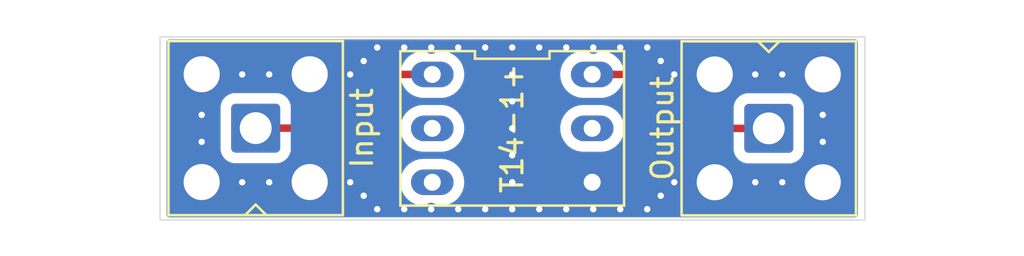
<source format=kicad_pcb>
(kicad_pcb (version 20241229) (generator "pcbnew") (generator_version "9.0")
  (layers (0 "F.Cu" signal) (4 "In1.Cu" signal) (6 "In2.Cu" signal) (2 "B.Cu" signal) (13 "F.Paste" user) (15 "B.Paste" user) (5 "F.SilkS" user "F.Silkscreen") (7 "B.SilkS" user "B.Silkscreen") (1 "F.Mask" user) (3 "B.Mask" user) (25 "Edge.Cuts" user))
  (net 0 "")
  (net 1 "Net-(J1-In)")
  (net 2 "GND")
  (net 3 "Net-(J2-In)")
  (footprint "RF_Mini-Circuits:Mini-Circuits_W38" (layer "F.Cu") (at 111.39 80.01 -90)
    (property "Reference" "TR1")
    (property "Value" "T14-1+" (at 0 0 90) (layer "F.SilkS"))
    (fp_line (start -3.64 5.26) (end 3.639999 5.26) (stroke (width 0.12)) (layer "F.SilkS"))
    (fp_line (start 3.639999 5.26) (end 3.64 -5.26) (stroke (width 0.12)) (layer "F.SilkS"))
    (fp_line (start -3.64 1.753333) (end -3.64 5.26) (stroke (width 0.12)) (layer "F.SilkS"))
    (fp_line (start -3.28 1.753333) (end -3.64 1.753333) (stroke (width 0.12)) (layer "F.SilkS"))
    (fp_line (start -3.64 -1.753333) (end -3.28 -1.753333) (stroke (width 0.12)) (layer "F.SilkS"))
    (fp_line (start -3.28 -1.753333) (end -3.28 1.753333) (stroke (width 0.12)) (layer "F.SilkS"))
    (fp_line (start -3.639999 -5.26) (end -3.64 -1.753333) (stroke (width 0.12)) (layer "F.SilkS"))
    (fp_line (start 3.64 -5.26) (end -3.639999 -5.26) (stroke (width 0.12)) (layer "F.SilkS"))
    (pad "1" thru_hole oval (at -2.54 -3.76 270) (size 1.2 2) (drill 0.8) (layers "*.Cu" "*.Mask") (net 3 "Net-(J2-In)"))
    (pad "2" thru_hole oval (at 0 -3.76 270) (size 1.2 2) (drill 0.8) (layers "*.Cu" "*.Mask"))
    (pad "3" thru_hole oval (at 2.54 -3.76 270) (size 1.2 2) (drill 0.8) (layers "*.Cu" "*.Mask") (net 2 "GND"))
    (pad "4" thru_hole oval (at 2.54 3.76 270) (size 1.2 2) (drill 0.8) (layers "*.Cu" "*.Mask"))
    (pad "5" thru_hole oval (at 0 3.76 270) (size 1.2 2) (drill 0.8) (layers "*.Cu" "*.Mask"))
    (pad "6" thru_hole oval (at -2.54 3.76 270) (size 1.2 2) (drill 0.8) (layers "*.Cu" "*.Mask") (net 1 "Net-(J1-In)"))
  )
  (footprint "Connector_Coaxial:SMA_Amphenol_901-143_Horizontal" (layer "F.Cu") (at 123.455 80.01 -90)
    (property "Reference" "J2")
    (property "Value" "Output" (at 0 5 90) (layer "F.SilkS"))
    (fp_line (start -4.1 4.1) (end 4.1 4.1) (stroke (width 0.12)) (layer "F.SilkS"))
    (fp_line (start -4.1 0.5) (end -3.6 0) (stroke (width 0.12)) (layer "F.SilkS"))
    (fp_line (start -3.6 0) (end -4.1 -0.5) (stroke (width 0.12)) (layer "F.SilkS"))
    (fp_line (start -4.1 -4.1) (end -4.1 4.1) (stroke (width 0.12)) (layer "F.SilkS"))
    (fp_line (start -4.1 -4.1) (end 4.1 -4.1) (stroke (width 0.12)) (layer "F.SilkS"))
    (fp_line (start 4.1 -4.1) (end 4.1 4.1) (stroke (width 0.12)) (layer "F.SilkS"))
    (pad "1" thru_hole roundrect (at 0 0 270) (size 2.3 2.3) (drill 1.5) (layers "*.Cu" "*.Mask") (roundrect_rratio 0.087) (net 3 "Net-(J2-In)"))
    (pad "2" thru_hole circle (at -2.54 -2.54 270) (size 2.5 2.5) (drill 1.7) (layers "*.Cu" "*.Mask") (net 2 "GND"))
    (pad "2" thru_hole circle (at -2.54 2.54 270) (size 2.5 2.5) (drill 1.7) (layers "*.Cu" "*.Mask") (net 2 "GND"))
    (pad "2" thru_hole circle (at 2.54 -2.54 270) (size 2.5 2.5) (drill 1.7) (layers "*.Cu" "*.Mask") (net 2 "GND"))
    (pad "2" thru_hole circle (at 2.54 2.54 270) (size 2.5 2.5) (drill 1.7) (layers "*.Cu" "*.Mask") (net 2 "GND"))
  )
  (footprint "Connector_Coaxial:SMA_Amphenol_901-143_Horizontal" (layer "F.Cu") (at 99.325 80 90)
    (property "Reference" "J1")
    (property "Value" "Input" (at 0 5 90) (layer "F.SilkS"))
    (fp_line (start 4.1 -4.1) (end 4.1 4.1) (stroke (width 0.12)) (layer "F.SilkS"))
    (fp_line (start -4.1 -4.1) (end 4.1 -4.1) (stroke (width 0.12)) (layer "F.SilkS"))
    (fp_line (start -4.1 -4.1) (end -4.1 4.1) (stroke (width 0.12)) (layer "F.SilkS"))
    (fp_line (start -3.6 0) (end -4.1 -0.5) (stroke (width 0.12)) (layer "F.SilkS"))
    (fp_line (start -4.1 0.5) (end -3.6 0) (stroke (width 0.12)) (layer "F.SilkS"))
    (fp_line (start -4.1 4.1) (end 4.1 4.1) (stroke (width 0.12)) (layer "F.SilkS"))
    (pad "1" thru_hole roundrect (at 0 0 90) (size 2.3 2.3) (drill 1.5) (layers "*.Cu" "*.Mask") (roundrect_rratio 0.087) (net 1 "Net-(J1-In)"))
    (pad "2" thru_hole circle (at -2.54 -2.54 90) (size 2.5 2.5) (drill 1.7) (layers "*.Cu" "*.Mask") (net 2 "GND"))
    (pad "2" thru_hole circle (at -2.54 2.54 90) (size 2.5 2.5) (drill 1.7) (layers "*.Cu" "*.Mask") (net 2 "GND"))
    (pad "2" thru_hole circle (at 2.54 -2.54 90) (size 2.5 2.5) (drill 1.7) (layers "*.Cu" "*.Mask") (net 2 "GND"))
    (pad "2" thru_hole circle (at 2.54 2.54 90) (size 2.5 2.5) (drill 1.7) (layers "*.Cu" "*.Mask") (net 2 "GND"))
  )
  (gr_rect (start 94.825 75.7) (end 127.9762 84.328) (stroke (width 0.05)) (fill no) (layer "Edge.Cuts"))
  (segment (start 99.325 80) (end 102.51 80) (width 0.352552) (layer "F.Cu") (net 1))
  (segment (start 102.51 80) (end 105.04 77.47) (width 0.352552) (layer "F.Cu") (net 1))
  (segment (start 105.04 77.47) (end 107.63 77.47) (width 0.352552) (layer "F.Cu") (net 1))
  (via (at 124.09 82.55) (size 0.6) (drill 0.3) (layers "F.Cu" "B.Cu") (net 2))
  (via (at 111.39 82.55) (size 0.6) (drill 0.3) (layers "F.Cu" "B.Cu") (net 2))
  (via (at 119.01 77.47) (size 0.6) (drill 0.3) (layers "F.Cu" "B.Cu") (net 2))
  (via (at 99.96 77.47) (size 0.6) (drill 0.3) (layers "F.Cu" "B.Cu") (net 2))
  (via (at 111.39 83.82) (size 0.6) (drill 0.3) (layers "F.Cu" "B.Cu") (net 2))
  (via (at 99.96 82.55) (size 0.6) (drill 0.3) (layers "F.Cu" "B.Cu") (net 2))
  (via (at 115.2 76.2) (size 0.6) (drill 0.3) (layers "F.Cu" "B.Cu") (net 2))
  (via (at 118.375 83.185) (size 0.6) (drill 0.3) (layers "F.Cu" "B.Cu") (net 2))
  (via (at 105.04 83.82) (size 0.6) (drill 0.3) (layers "F.Cu" "B.Cu") (net 2))
  (via (at 122.82 77.47) (size 0.6) (drill 0.3) (layers "F.Cu" "B.Cu") (net 2))
  (via (at 111.39 81.28) (size 0.6) (drill 0.3) (layers "F.Cu" "B.Cu") (net 2))
  (via (at 108.85 83.82) (size 0.6) (drill 0.3) (layers "F.Cu" "B.Cu") (net 2))
  (via (at 104.405 83.185) (size 0.6) (drill 0.3) (layers "F.Cu" "B.Cu") (net 2))
  (via (at 96.785 79.375) (size 0.6) (drill 0.3) (layers "F.Cu" "B.Cu") (net 2))
  (via (at 110.12 83.82) (size 0.6) (drill 0.3) (layers "F.Cu" "B.Cu") (net 2))
  (via (at 111.39 78.74) (size 0.6) (drill 0.3) (layers "F.Cu" "B.Cu") (net 2))
  (via (at 111.39 76.2) (size 0.6) (drill 0.3) (layers "F.Cu" "B.Cu") (net 2))
  (via (at 125.995 80.645) (size 0.6) (drill 0.3) (layers "F.Cu" "B.Cu") (net 2))
  (via (at 98.69 82.55) (size 0.6) (drill 0.3) (layers "F.Cu" "B.Cu") (net 2))
  (via (at 107.58 83.82) (size 0.6) (drill 0.3) (layers "F.Cu" "B.Cu") (net 2))
  (via (at 104.405 76.835) (size 0.6) (drill 0.3) (layers "F.Cu" "B.Cu") (net 2))
  (via (at 107.58 76.2) (size 0.6) (drill 0.3) (layers "F.Cu" "B.Cu") (net 2))
  (via (at 96.785 80.645) (size 0.6) (drill 0.3) (layers "F.Cu" "B.Cu") (net 2))
  (via (at 117.74 76.2) (size 0.6) (drill 0.3) (layers "F.Cu" "B.Cu") (net 2))
  (via (at 113.93 76.2) (size 0.6) (drill 0.3) (layers "F.Cu" "B.Cu") (net 2))
  (via (at 112.66 83.82) (size 0.6) (drill 0.3) (layers "F.Cu" "B.Cu") (net 2))
  (via (at 106.31 83.82) (size 0.6) (drill 0.3) (layers "F.Cu" "B.Cu") (net 2))
  (via (at 112.66 76.2) (size 0.6) (drill 0.3) (layers "F.Cu" "B.Cu") (net 2))
  (via (at 113.93 83.82) (size 0.6) (drill 0.3) (layers "F.Cu" "B.Cu") (net 2))
  (via (at 108.85 76.2) (size 0.6) (drill 0.3) (layers "F.Cu" "B.Cu") (net 2))
  (via (at 116.47 76.2) (size 0.6) (drill 0.3) (layers "F.Cu" "B.Cu") (net 2))
  (via (at 119.01 82.55) (size 0.6) (drill 0.3) (layers "F.Cu" "B.Cu") (net 2))
  (via (at 103.77 82.55) (size 0.6) (drill 0.3) (layers "F.Cu" "B.Cu") (net 2))
  (via (at 105.04 76.2) (size 0.6) (drill 0.3) (layers "F.Cu" "B.Cu") (net 2))
  (via (at 111.39 80.01) (size 0.6) (drill 0.3) (layers "F.Cu" "B.Cu") (net 2))
  (via (at 117.74 83.82) (size 0.6) (drill 0.3) (layers "F.Cu" "B.Cu") (net 2))
  (via (at 110.12 76.2) (size 0.6) (drill 0.3) (layers "F.Cu" "B.Cu") (net 2))
  (via (at 98.69 77.47) (size 0.6) (drill 0.3) (layers "F.Cu" "B.Cu") (net 2))
  (via (at 111.39 77.47) (size 0.6) (drill 0.3) (layers "F.Cu" "B.Cu") (net 2))
  (via (at 125.995 79.375) (size 0.6) (drill 0.3) (layers "F.Cu" "B.Cu") (net 2))
  (via (at 103.77 77.47) (size 0.6) (drill 0.3) (layers "F.Cu" "B.Cu") (net 2))
  (via (at 115.2 83.82) (size 0.6) (drill 0.3) (layers "F.Cu" "B.Cu") (net 2))
  (via (at 124.09 77.47) (size 0.6) (drill 0.3) (layers "F.Cu" "B.Cu") (net 2))
  (via (at 118.375 76.835) (size 0.6) (drill 0.3) (layers "F.Cu" "B.Cu") (net 2))
  (via (at 122.82 82.55) (size 0.6) (drill 0.3) (layers "F.Cu" "B.Cu") (net 2))
  (via (at 106.31 76.2) (size 0.6) (drill 0.3) (layers "F.Cu" "B.Cu") (net 2))
  (via (at 116.47 83.82) (size 0.6) (drill 0.3) (layers "F.Cu" "B.Cu") (net 2))
  (segment (start 120.28 80.01) (end 117.74 77.47) (width 0.352552) (layer "F.Cu") (net 3))
  (segment (start 123.455 80.01) (end 120.28 80.01) (width 0.352552) (layer "F.Cu") (net 3))
  (segment (start 117.74 77.47) (end 115.15 77.47) (width 0.352552) (layer "F.Cu") (net 3))
  (zone (net 2) (net_name "GND") (layers "B.Cu" "In1.Cu" "In2.Cu") (name "GND") (connect_pads yes (clearance 0.5)) (min_thickness 0.25) (fill yes (thermal_gap 0.5) (thermal_bridge_width 0.5))
    (polygon (pts (xy 95.134 75.819) (xy 127.646 75.819) (xy 127.646 84.201) (xy 95.134 84.201)))
  )
)
</source>
